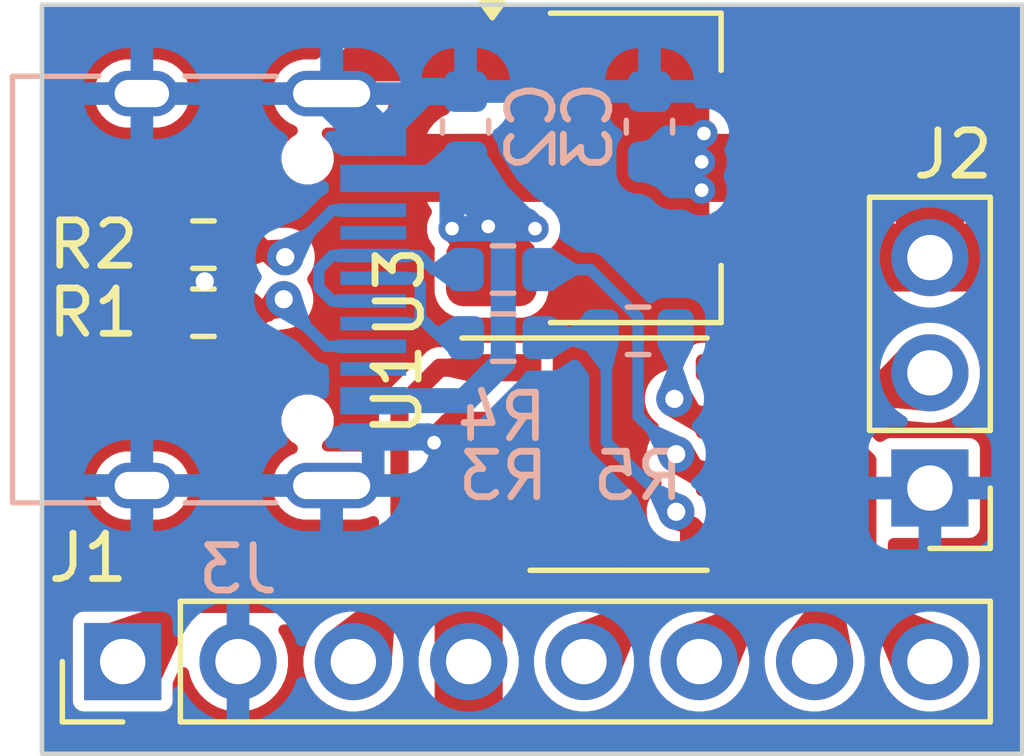
<source format=kicad_pcb>
(kicad_pcb (version 20241229) (generator "pcbnew") (generator_version "9.0")
  (layers (0 "F.Cu" signal) (2 "B.Cu" signal) (13 "F.Paste" user) (15 "B.Paste" user) (5 "F.SilkS" user "F.Silks") (7 "B.SilkS" user "B.Silks") (1 "F.Mask" user) (3 "B.Mask" user) (25 "Edge.Cuts" user))
  (net 0 "")
  (net 1 "Net-(J1-Pin_1)")
  (net 2 "Net-(J1-Pin_3)")
  (net 3 "GND")
  (net 4 "Net-(J1-Pin_5)")
  (net 5 "Net-(J1-Pin_6)")
  (net 6 "Net-(J1-Pin_7)")
  (net 7 "Net-(J1-Pin_8)")
  (net 8 "Net-(J3-CC1)")
  (net 9 "Net-(J3-D+-PadA6)")
  (net 10 "Net-(J3-D--PadA7)")
  (net 12 "Net-(J3-CC2)")
  (net 14 "/Vcc")
  (net 15 "Net-(U3-VI)")
  (footprint "Package_TO_SOT_SMD:SOT-223-3_TabPin2" (layer "F.Cu") (at 154.018733 99.608112)
    (property "Reference" "U3" (at -5.168733 2.741888 270) (layer "F.SilkS"))
    (property "Value" "AMS1117-3.3" (hide yes))
    (fp_line (start -1.85 -3.41) (end 1.91 -3.41) (stroke (width 0.12)) (layer "F.SilkS"))
    (fp_line (start -1.85 3.41) (end 1.91 3.41) (stroke (width 0.12)) (layer "F.SilkS"))
    (fp_line (start 1.91 -3.41) (end 1.91 -2.15) (stroke (width 0.12)) (layer "F.SilkS"))
    (fp_line (start 1.91 3.41) (end 1.91 2.15) (stroke (width 0.12)) (layer "F.SilkS"))
    (fp_poly (pts (xy -3.13 -3.31) (xy -3.37 -3.64) (xy -2.89 -3.64) (xy -3.13 -3.31)) (stroke (width 0.12)) (fill yes) (layer "F.SilkS"))
    (pad "1" smd roundrect (at -3.15 -2.3) (size 2 1.5) (layers "F.Cu" "F.Mask" "F.Paste") (net 3 "GND"))
    (pad "2" smd roundrect (at -3.15 0) (size 2 1.5) (layers "F.Cu" "F.Mask" "F.Paste") (net 14 "/Vcc"))
    (pad "2" smd roundrect (at 3.15 0) (size 2 3.8) (layers "F.Cu" "F.Mask" "F.Paste") (net 14 "/Vcc"))
    (pad "3" smd roundrect (at -3.15 2.3) (size 2 1.5) (layers "F.Cu" "F.Mask" "F.Paste") (net 15 "Net-(U3-VI)"))
  )
  (footprint "Resistor_SMD:R_0603_1608Metric" (layer "F.Cu") (at 144.526 102.8 180)
    (property "Reference" "R1" (at 2.426 0 180) (layer "F.SilkS"))
    (property "Value" "R_US" (hide yes))
    (fp_line (start -0.237258 0.5225) (end 0.237258 0.5225) (stroke (width 0.12)) (layer "F.SilkS"))
    (fp_line (start -0.237258 -0.5225) (end 0.237258 -0.5225) (stroke (width 0.12)) (layer "F.SilkS"))
    (pad "1" smd roundrect (at -0.825 0 180) (size 0.8 0.95) (layers "F.Cu" "F.Mask" "F.Paste") (net 8 "Net-(J3-CC1)"))
    (pad "2" smd roundrect (at 0.825 0 180) (size 0.8 0.95) (layers "F.Cu" "F.Mask" "F.Paste") (net 3 "GND"))
  )
  (footprint "Connector_PinHeader_2.54mm:PinHeader_1x03_P2.54mm_Vertical" (layer "F.Cu") (at 160.528 106.665 180)
    (property "Reference" "J2" (at -0.508 7.351 0) (layer "F.SilkS"))
    (property "Value" "Conn_01x03_Pin" (hide yes))
    (fp_line (start 1.33 1.27) (end 1.33 6.41) (stroke (width 0.12)) (layer "F.SilkS"))
    (fp_line (start -1.33 6.41) (end 1.33 6.41) (stroke (width 0.12)) (layer "F.SilkS"))
    (fp_line (start -1.33 1.27) (end 1.33 1.27) (stroke (width 0.12)) (layer "F.SilkS"))
    (fp_line (start -1.33 1.27) (end -1.33 6.41) (stroke (width 0.12)) (layer "F.SilkS"))
    (fp_line (start -1.33 0) (end -1.33 -1.33) (stroke (width 0.12)) (layer "F.SilkS"))
    (fp_line (start -1.33 -1.33) (end 0 -1.33) (stroke (width 0.12)) (layer "F.SilkS"))
    (pad "1" thru_hole rect (at 0 0 180) (size 1.7 1.7) (drill 1) (layers "*.Cu" "*.Mask") (net 3 "GND"))
    (pad "2" thru_hole oval (at 0 2.54 180) (size 1.7 1.7) (drill 1) (layers "*.Cu" "*.Mask") (net 7 "Net-(J1-Pin_8)"))
    (pad "3" thru_hole oval (at 0 5.08 180) (size 1.7 1.7) (drill 1) (layers "*.Cu" "*.Mask") (net 14 "/Vcc"))
  )
  (footprint "Resistor_SMD:R_0603_1608Metric" (layer "F.Cu") (at 144.526 101.3 180)
    (property "Reference" "R2" (at 2.426 0 180) (layer "F.SilkS"))
    (property "Value" "R_US" (hide yes))
    (fp_line (start -0.237258 0.5225) (end 0.237258 0.5225) (stroke (width 0.12)) (layer "F.SilkS"))
    (fp_line (start -0.237258 -0.5225) (end 0.237258 -0.5225) (stroke (width 0.12)) (layer "F.SilkS"))
    (pad "1" smd roundrect (at -0.825 0 180) (size 0.8 0.95) (layers "F.Cu" "F.Mask" "F.Paste") (net 12 "Net-(J3-CC2)"))
    (pad "2" smd roundrect (at 0.825 0 180) (size 0.8 0.95) (layers "F.Cu" "F.Mask" "F.Paste") (net 3 "GND"))
  )
  (footprint "Connector_PinHeader_2.54mm:PinHeader_1x08_P2.54mm_Vertical" (layer "F.Cu") (at 142.748 110.49 90)
    (property "Reference" "J1" (at 2.286 -0.762 180) (layer "F.SilkS"))
    (property "Value" "Conn_01x08_Pin" (hide yes))
    (fp_line (start -1.33 -1.33) (end 0 -1.33) (stroke (width 0.12)) (layer "F.SilkS"))
    (fp_line (start -1.33 0) (end -1.33 -1.33) (stroke (width 0.12)) (layer "F.SilkS"))
    (fp_line (start 1.33 1.27) (end 1.33 19.11) (stroke (width 0.12)) (layer "F.SilkS"))
    (fp_line (start -1.33 1.27) (end 1.33 1.27) (stroke (width 0.12)) (layer "F.SilkS"))
    (fp_line (start -1.33 1.27) (end -1.33 19.11) (stroke (width 0.12)) (layer "F.SilkS"))
    (fp_line (start -1.33 19.11) (end 1.33 19.11) (stroke (width 0.12)) (layer "F.SilkS"))
    (pad "1" thru_hole rect (at 0 0 90) (size 1.7 1.7) (drill 1) (layers "*.Cu" "*.Mask") (net 1 "Net-(J1-Pin_1)"))
    (pad "2" thru_hole oval (at 0 2.54 90) (size 1.7 1.7) (drill 1) (layers "*.Cu" "*.Mask") (net 3 "GND"))
    (pad "3" thru_hole oval (at 0 5.08 90) (size 1.7 1.7) (drill 1) (layers "*.Cu" "*.Mask") (net 2 "Net-(J1-Pin_3)"))
    (pad "4" thru_hole oval (at 0 7.62 90) (size 1.7 1.7) (drill 1) (layers "*.Cu" "*.Mask") (net 14 "/Vcc"))
    (pad "5" thru_hole oval (at 0 10.16 90) (size 1.7 1.7) (drill 1) (layers "*.Cu" "*.Mask") (net 4 "Net-(J1-Pin_5)"))
    (pad "6" thru_hole oval (at 0 12.7 90) (size 1.7 1.7) (drill 1) (layers "*.Cu" "*.Mask") (net 5 "Net-(J1-Pin_6)"))
    (pad "7" thru_hole oval (at 0 15.24 90) (size 1.7 1.7) (drill 1) (layers "*.Cu" "*.Mask") (net 6 "Net-(J1-Pin_7)"))
    (pad "8" thru_hole oval (at 0 17.78 90) (size 1.7 1.7) (drill 1) (layers "*.Cu" "*.Mask") (net 7 "Net-(J1-Pin_8)"))
  )
  (footprint "Package_SO:SO-8_3.9x4.9mm_P1.27mm" (layer "F.Cu") (at 153.67 105.918)
    (property "Reference" "U1" (at -4.87 -1.418 90) (layer "F.SilkS"))
    (property "Value" "~")
    (fp_line (start 0 -2.56) (end -3.45 -2.56) (stroke (width 0.12)) (layer "F.SilkS"))
    (fp_line (start 0 -2.56) (end 1.95 -2.56) (stroke (width 0.12)) (layer "F.SilkS"))
    (fp_line (start 0 2.56) (end -1.95 2.56) (stroke (width 0.12)) (layer "F.SilkS"))
    (fp_line (start 0 2.56) (end 1.95 2.56) (stroke (width 0.12)) (layer "F.SilkS"))
    (pad "1" smd roundrect (at -2.575 -1.905) (size 1.75 0.6) (layers "F.Cu" "F.Mask" "F.Paste") (net 1 "Net-(J1-Pin_1)"))
    (pad "2" smd roundrect (at -2.575 -0.635) (size 1.75 0.6) (layers "F.Cu" "F.Mask" "F.Paste") (net 3 "GND"))
    (pad "3" smd roundrect (at -2.575 0.635) (size 1.75 0.6) (layers "F.Cu" "F.Mask" "F.Paste") (net 2 "Net-(J1-Pin_3)"))
    (pad "4" smd roundrect (at -2.575 1.905) (size 1.75 0.6) (layers "F.Cu" "F.Mask" "F.Paste") (net 14 "/Vcc"))
    (pad "5" smd roundrect (at 2.575 1.905) (size 1.75 0.6) (layers "F.Cu" "F.Mask" "F.Paste") (net 4 "Net-(J1-Pin_5)"))
    (pad "6" smd roundrect (at 2.575 0.635) (size 1.75 0.6) (layers "F.Cu" "F.Mask" "F.Paste") (net 5 "Net-(J1-Pin_6)"))
    (pad "7" smd roundrect (at 2.575 -0.635) (size 1.75 0.6) (layers "F.Cu" "F.Mask" "F.Paste") (net 6 "Net-(J1-Pin_7)"))
    (pad "8" smd roundrect (at 2.575 -1.905) (size 1.75 0.6) (layers "F.Cu" "F.Mask" "F.Paste") (net 7 "Net-(J1-Pin_8)"))
  )
  (footprint "Resistor_SMD:R_0603_1608Metric" (layer "B.Cu") (at 151.125 101.85)
    (property "Reference" "R4" (at -0.025 3.25 180) (layer "B.SilkS") (effects (justify mirror)))
    (property "Value" "R_US" (hide yes))
    (fp_line (start -0.237258 -0.5225) (end 0.237258 -0.5225) (stroke (width 0.12)) (layer "B.SilkS"))
    (fp_line (start -0.237258 0.5225) (end 0.237258 0.5225) (stroke (width 0.12)) (layer "B.SilkS"))
    (pad "1" smd roundrect (at -0.825 0) (size 0.8 0.95) (layers "B.Cu" "B.Mask" "B.Paste") (net 9 "Net-(J3-D+-PadA6)"))
    (pad "2" smd roundrect (at 0.825 0) (size 0.8 0.95) (layers "B.Cu" "B.Mask" "B.Paste") (net 5 "Net-(J1-Pin_6)"))
  )
  (footprint "Capacitor_SMD:C_0603_1608Metric" (layer "B.Cu") (at 150.3 98.7 -90)
    (property "Reference" "C2" (at 0 -1.45 90) (layer "B.SilkS") (effects (justify mirror)))
    (property "Value" "C_Small" (hide yes))
    (fp_line (start -0.14058 0.51) (end 0.14058 0.51) (stroke (width 0.12)) (layer "B.SilkS"))
    (fp_line (start -0.14058 -0.51) (end 0.14058 -0.51) (stroke (width 0.12)) (layer "B.SilkS"))
    (pad "1" smd roundrect (at -0.775 0 270) (size 0.9 0.95) (layers "B.Cu" "B.Mask" "B.Paste") (net 3 "GND"))
    (pad "2" smd roundrect (at 0.775 0 270) (size 0.9 0.95) (layers "B.Cu" "B.Mask" "B.Paste") (net 15 "Net-(U3-VI)"))
  )
  (footprint "Connector_USB:USB_C_Receptacle_HRO_TYPE-C-31-M-12" (layer "B.Cu") (at 144.22 102.289966 90)
    (property "Reference" "J3" (at -6.168034 1.068 0) (layer "B.SilkS") (effects (justify mirror)))
    (property "Value" "USB_C_Receptacle_USB2.0")
    (fp_line (start -4.7 -3.9) (end 4.7 -3.9) (stroke (width 0.12)) (layer "B.SilkS"))
    (fp_line (start 4.7 -2) (end 4.7 -3.9) (stroke (width 0.12)) (layer "B.SilkS"))
    (fp_line (start -4.7 -2) (end -4.7 -3.9) (stroke (width 0.12)) (layer "B.SilkS"))
    (fp_line (start 4.7 1.9) (end 4.7 -0.1) (stroke (width 0.12)) (layer "B.SilkS"))
    (fp_line (start -4.7 1.9) (end -4.7 -0.1) (stroke (width 0.12)) (layer "B.SilkS"))
    (pad "" np_thru_hole circle (at -2.89 2.6 90) (size 0.65 0.65) (drill 0.65) (layers "*.Cu" "*.Mask"))
    (pad "" np_thru_hole circle (at 2.89 2.6 90) (size 0.65 0.65) (drill 0.65) (layers "*.Cu" "*.Mask"))
    (pad "A1" smd rect (at -3.25 4.045 90) (size 0.6 1.45) (layers "B.Cu" "B.Mask" "B.Paste") (net 3 "GND"))
    (pad "A4" smd rect (at -2.45 4.045 90) (size 0.6 1.45) (layers "B.Cu" "B.Mask" "B.Paste") (net 15 "Net-(U3-VI)"))
    (pad "A5" smd rect (at -1.25 4.045 90) (size 0.3 1.45) (layers "B.Cu" "B.Mask" "B.Paste") (net 8 "Net-(J3-CC1)"))
    (pad "A6" smd rect (at -0.25 4.045 90) (size 0.3 1.45) (layers "B.Cu" "B.Mask" "B.Paste") (net 9 "Net-(J3-D+-PadA6)"))
    (pad "A7" smd rect (at 0.25 4.045 90) (size 0.3 1.45) (layers "B.Cu" "B.Mask" "B.Paste") (net 10 "Net-(J3-D--PadA7)"))
    (pad "A8" smd rect (at 1.25 4.045 90) (size 0.3 1.45) (layers "B.Cu" "B.Mask" "B.Paste"))
    (pad "A9" smd rect (at 2.45 4.045 90) (size 0.6 1.45) (layers "B.Cu" "B.Mask" "B.Paste") (net 15 "Net-(U3-VI)"))
    (pad "A12" smd rect (at 3.25 4.045 90) (size 0.6 1.45) (layers "B.Cu" "B.Mask" "B.Paste") (net 3 "GND"))
    (pad "B1" smd rect (at 3.25 4.045 90) (size 0.6 1.45) (layers "B.Cu" "B.Mask" "B.Paste") (net 3 "GND"))
    (pad "B4" smd rect (at 2.45 4.045 90) (size 0.6 1.45) (layers "B.Cu" "B.Mask" "B.Paste") (net 15 "Net-(U3-VI)"))
    (pad "B5" smd rect (at 1.75 4.045 90) (size 0.3 1.45) (layers "B.Cu" "B.Mask" "B.Paste") (net 12 "Net-(J3-CC2)"))
    (pad "B6" smd rect (at 0.75 4.045 90) (size 0.3 1.45) (layers "B.Cu" "B.Mask" "B.Paste") (net 9 "Net-(J3-D+-PadA6)"))
    (pad "B7" smd rect (at -0.75 4.045 90) (size 0.3 1.45) (layers "B.Cu" "B.Mask" "B.Paste") (net 10 "Net-(J3-D--PadA7)"))
    (pad "B8" smd rect (at -1.75 4.045 90) (size 0.3 1.45) (layers "B.Cu" "B.Mask" "B.Paste"))
    (pad "B9" smd rect (at -2.45 4.045 90) (size 0.6 1.45) (layers "B.Cu" "B.Mask" "B.Paste") (net 15 "Net-(U3-VI)"))
    (pad "B12" smd rect (at -3.25 4.045 90) (size 0.6 1.45) (layers "B.Cu" "B.Mask" "B.Paste") (net 3 "GND"))
    (pad "S1" thru_hole oval (at -4.32 -1.05 90) (size 1 1.6) (drill oval 0.6 1.2) (layers "*.Cu" "*.Mask") (net 3 "GND"))
    (pad "S1" thru_hole oval (at -4.32 3.13 90) (size 1 2.1) (drill oval 0.6 1.7) (layers "*.Cu" "*.Mask") (net 3 "GND"))
    (pad "S1" thru_hole oval (at 4.32 -1.05 90) (size 1 1.6) (drill oval 0.6 1.2) (layers "*.Cu" "*.Mask") (net 3 "GND"))
    (pad "S1" thru_hole oval (at 4.32 3.13 90) (size 1 2.1) (drill oval 0.6 1.7) (layers "*.Cu" "*.Mask") (net 3 "GND"))
  )
  (footprint "Resistor_SMD:R_0603_1608Metric" (layer "B.Cu") (at 151.13 103.35)
    (property "Reference" "R3" (at 0 3.05 0) (layer "B.SilkS") (effects (justify mirror)))
    (property "Value" "R_US" (hide yes))
    (fp_line (start -0.237258 -0.5225) (end 0.237258 -0.5225) (stroke (width 0.12)) (layer "B.SilkS"))
    (fp_line (start -0.237258 0.5225) (end 0.237258 0.5225) (stroke (width 0.12)) (layer "B.SilkS"))
    (pad "1" smd roundrect (at -0.825 0) (size 0.8 0.95) (layers "B.Cu" "B.Mask" "B.Paste") (net 10 "Net-(J3-D--PadA7)"))
    (pad "2" smd roundrect (at 0.825 0) (size 0.8 0.95) (layers "B.Cu" "B.Mask" "B.Paste") (net 4 "Net-(J1-Pin_5)"))
  )
  (footprint "Resistor_SMD:R_0603_1608Metric" (layer "B.Cu") (at 154.1 103.2)
    (property "Reference" "R5" (at 0 3.2 0) (layer "B.SilkS") (effects (justify mirror)))
    (property "Value" "R_US")
    (fp_line (start -0.237258 -0.5225) (end 0.237258 -0.5225) (stroke (width 0.12)) (layer "B.SilkS"))
    (fp_line (start -0.237258 0.5225) (end 0.237258 0.5225) (stroke (width 0.12)) (layer "B.SilkS"))
    (pad "1" smd roundrect (at -0.825 0) (size 0.8 0.95) (layers "B.Cu" "B.Mask" "B.Paste") (net 4 "Net-(J1-Pin_5)"))
    (pad "2" smd roundrect (at 0.825 0) (size 0.8 0.95) (layers "B.Cu" "B.Mask" "B.Paste") (net 6 "Net-(J1-Pin_7)"))
  )
  (footprint "Capacitor_SMD:C_0603_1608Metric" (layer "B.Cu") (at 154.35 98.7 -90)
    (property "Reference" "C3" (at 0 1.35 90) (layer "B.SilkS") (effects (justify mirror)))
    (property "Value" "C_Small" (hide yes))
    (fp_line (start -0.14058 0.51) (end 0.14058 0.51) (stroke (width 0.12)) (layer "B.SilkS"))
    (fp_line (start -0.14058 -0.51) (end 0.14058 -0.51) (stroke (width 0.12)) (layer "B.SilkS"))
    (pad "1" smd roundrect (at -0.775 0 270) (size 0.9 0.95) (layers "B.Cu" "B.Mask" "B.Paste") (net 3 "GND"))
    (pad "2" smd roundrect (at 0.775 0 270) (size 0.9 0.95) (layers "B.Cu" "B.Mask" "B.Paste") (net 14 "/Vcc"))
  )
  (gr_rect (start 140.97 96.012) (end 162.56 112.522) (stroke (width 0.1)) (fill no) (layer "Edge.Cuts"))
  (segment (start 148.844 107.756) (end 147.38 109.22) (width 0.4) (layer "F.Cu") (net 1))
  (segment (start 151.095 104.013) (end 149.733 104.013) (width 0.4) (layer "F.Cu") (net 1))
  (segment (start 147.38 109.22) (end 144.018 109.22) (width 0.4) (layer "F.Cu") (net 1))
  (segment (start 144.018 109.22) (end 142.748 110.49) (width 0.4) (layer "F.Cu") (net 1))
  (segment (start 149.733 104.013) (end 148.844 104.902) (width 0.4) (layer "F.Cu") (net 1))
  (segment (start 148.844 104.902) (end 148.844 107.756) (width 0.4) (layer "F.Cu") (net 1))
  (segment (start 149.6 107.4) (end 150.447 106.553) (width 0.4) (layer "F.Cu") (net 2))
  (segment (start 150.447 106.553) (end 151.095 106.553) (width 0.4) (layer "F.Cu") (net 2))
  (segment (start 149.6 108.1) (end 149.6 107.4) (width 0.4) (layer "F.Cu") (net 2))
  (segment (start 147.828 110.49) (end 147.828 109.872) (width 0.4) (layer "F.Cu") (net 2))
  (segment (start 147.828 109.872) (end 149.6 108.1) (width 0.4) (layer "F.Cu") (net 2))
  (segment (start 144.524873 102.109127) (end 143.701 102.933) (width 0.25) (layer "F.Cu") (net 3))
  (segment (start 151.095 105.283) (end 149.987 105.283) (width 0.6) (layer "F.Cu") (net 3))
  (segment (start 150.85 97.2) (end 148.119966 97.2) (width 1) (layer "F.Cu") (net 3))
  (segment (start 144.554521 102.109127) (end 144.524873 102.109127) (width 0.25) (layer "F.Cu") (net 3))
  (segment (start 143.701 101.283) (end 143.701 101.092) (width 0.25) (layer "F.Cu") (net 3))
  (segment (start 149.987 105.283) (end 149.606 105.664) (width 0.6) (layer "F.Cu") (net 3))
  (segment (start 144.527127 102.109127) (end 143.701 101.283) (width 0.25) (layer "F.Cu") (net 3))
  (segment (start 148.119966 97.2) (end 147.35 97.969966) (width 1) (layer "F.Cu") (net 3))
  (segment (start 144.554521 102.109127) (end 144.527127 102.109127) (width 0.25) (layer "F.Cu") (net 3))
  (segment (start 143.701 102.933) (end 143.701 103.124) (width 0.25) (layer "F.Cu") (net 3))
  (via (at 149.606 105.664) (size 0.6) (drill 0.3) (layers "F.Cu" "B.Cu") (net 3))
  (via (at 144.554521 102.109127) (size 0.8) (drill 0.4) (layers "F.Cu" "B.Cu") (net 3))
  (segment (start 149.606 105.664) (end 149.481966 105.539966) (width 0.6) (layer "B.Cu") (net 3))
  (segment (start 148.265 99.039966) (end 148.265 99.035) (width 0.6) (layer "B.Cu") (net 3))
  (segment (start 149.379966 97.925) (end 148.265 99.039966) (width 0.6) (layer "B.Cu") (net 3))
  (segment (start 148.265 99.035) (end 148.45 98.85) (width 0.6) (layer "B.Cu") (net 3))
  (segment (start 150.3 97.925) (end 149.379966 97.925) (width 0.6) (layer "B.Cu") (net 3))
  (segment (start 149.481966 105.539966) (end 148.265 105.539966) (width 0.6) (layer "B.Cu") (net 3))
  (segment (start 148.230034 98.85) (end 147.35 97.969966) (width 1) (layer "B.Cu") (net 3))
  (segment (start 155.623 107.823) (end 156.245 107.823) (width 0.4) (layer "F.Cu") (net 4))
  (segment (start 155.3 107.5) (end 155.223 107.577) (width 0.4) (layer "F.Cu") (net 4))
  (segment (start 155.3 107.5) (end 155.623 107.823) (width 0.4) (layer "F.Cu") (net 4))
  (segment (start 155.223 107.577) (end 155.223 108.175) (width 0.4) (layer "F.Cu") (net 4))
  (segment (start 155.252 107.5) (end 154.94 107.188) (width 0.4) (layer "F.Cu") (net 4))
  (segment (start 155.223 108.175) (end 152.908 110.49) (width 0.4) (layer "F.Cu") (net 4))
  (segment (start 155.3 107.5) (end 155.252 107.5) (width 0.4) (layer "F.Cu") (net 4))
  (via (at 154.94 107.188) (size 0.8) (drill 0.4) (layers "F.Cu" "B.Cu") (net 4))
  (segment (start 153.4 105.648) (end 153.4 103.325) (width 0.25) (layer "B.Cu") (net 4))
  (segment (start 154.94 107.188) (end 153.4 105.648) (width 0.25) (layer "B.Cu") (net 4))
  (segment (start 153.4 103.325) (end 153.375 103.35) (width 0.25) (layer "B.Cu") (net 4))
  (segment (start 153.375 103.35) (end 151.955 103.35) (width 0.25) (layer "B.Cu") (net 4))
  (segment (start 154.94 105.918) (end 154.94 106.14) (width 0.25) (layer "F.Cu") (net 5))
  (segment (start 156.245 106.553) (end 157.099 106.553) (width 0.4) (layer "F.Cu") (net 5))
  (segment (start 157.6 107.054) (end 157.6 108.338) (width 0.4) (layer "F.Cu") (net 5))
  (segment (start 157.099 106.553) (end 157.6 107.054) (width 0.4) (layer "F.Cu") (net 5))
  (segment (start 155.575 106.553) (end 156.245 106.553) (width 0.4) (layer "F.Cu") (net 5))
  (segment (start 154.94 105.918) (end 155.575 106.553) (width 0.4) (layer "F.Cu") (net 5))
  (segment (start 157.6 108.338) (end 155.448 110.49) (width 0.4) (layer "F.Cu") (net 5))
  (via (at 154.94 105.918) (size 0.8) (drill 0.4) (layers "F.Cu" "B.Cu") (net 5))
  (segment (start 154.1 105.078) (end 154.1 102.9) (width 0.25) (layer "B.Cu") (net 5))
  (segment (start 154.94 105.918) (end 154.1 105.078) (width 0.25) (layer "B.Cu") (net 5))
  (segment (start 153.05 101.85) (end 151.95 101.85) (width 0.25) (layer "B.Cu") (net 5))
  (segment (start 154.1 102.9) (end 153.05 101.85) (width 0.25) (layer "B.Cu") (net 5))
  (segment (start 154.9 104.7) (end 155.483 105.283) (width 0.4) (layer "F.Cu") (net 6))
  (segment (start 155.483 105.283) (end 156.245 105.283) (width 0.4) (layer "F.Cu") (net 6))
  (segment (start 156.245 105.283) (end 157.099 105.283) (width 0.4) (layer "F.Cu") (net 6))
  (segment (start 158.35 110.128) (end 157.988 110.49) (width 0.4) (layer "F.Cu") (net 6))
  (segment (start 157.099 105.283) (end 158.35 106.534) (width 0.4) (layer "F.Cu") (net 6))
  (segment (start 154.9 104.7) (end 154.9 104.9) (width 0.25) (layer "F.Cu") (net 6))
  (segment (start 158.35 106.534) (end 158.35 110.128) (width 0.4) (layer "F.Cu") (net 6))
  (via (at 154.9 104.7) (size 0.8) (drill 0.4) (layers "F.Cu" "B.Cu") (net 6))
  (segment (start 154.925 104.675) (end 154.9 104.7) (width 0.25) (layer "B.Cu") (net 6))
  (segment (start 154.925 103.2) (end 154.925 104.675) (width 0.25) (layer "B.Cu") (net 6))
  (segment (start 159.15 109.112) (end 159.15 106.064) (width 0.4) (layer "F.Cu") (net 7))
  (segment (start 157.099 104.013) (end 156.521751 104.013) (width 0.4) (layer "F.Cu") (net 7))
  (segment (start 158.438 105.352) (end 157.099 104.013) (width 0.4) (layer "F.Cu") (net 7))
  (segment (start 159.15 106.064) (end 158.438 105.352) (width 0.4) (layer "F.Cu") (net 7))
  (segment (start 159.65 104.14) (end 158.438 105.352) (width 0.4) (layer "F.Cu") (net 7))
  (segment (start 156.372 104.14) (end 156.245 104.013) (width 0.25) (layer "F.Cu") (net 7))
  (segment (start 160.528 110.49) (end 159.15 109.112) (width 0.4) (layer "F.Cu") (net 7))
  (segment (start 156.521751 104.013) (end 156.245 104.013) (width 0.25) (layer "F.Cu") (net 7))
  (segment (start 160.528 104.14) (end 159.65 104.14) (width 0.25) (layer "F.Cu") (net 7))
  (segment (start 146.29464 102.503437) (end 146.29464 102.546052) (width 0.25) (layer "F.Cu") (net 8))
  (segment (start 146.29464 102.546052) (end 145.970692 102.87) (width 0.25) (layer "F.Cu") (net 8))
  (segment (start 145.605 102.87) (end 145.351 103.124) (width 0.25) (layer "F.Cu") (net 8))
  (segment (start 145.970692 102.87) (end 145.097 102.87) (width 0.25) (layer "F.Cu") (net 8))
  (via (at 146.29464 102.503437) (size 0.8) (drill 0.4) (layers "F.Cu" "B.Cu") (net 8))
  (segment (start 147.227966 103.539966) (end 148.366518 103.539966) (width 0.25) (layer "B.Cu") (net 8))
  (segment (start 146.266046 102.532031) (end 146.266046 102.578046) (width 0.25) (layer "B.Cu") (net 8))
  (segment (start 146.29464 102.503437) (end 146.266046 102.532031) (width 0.25) (layer "B.Cu") (net 8))
  (segment (start 146.266046 102.578046) (end 147.227966 103.539966) (width 0.25) (layer "B.Cu") (net 8))
  (segment (start 147.363 101.539966) (end 147.066 101.836966) (width 0.25) (layer "B.Cu") (net 9))
  (segment (start 148.265 101.539966) (end 147.363 101.539966) (width 0.25) (layer "B.Cu") (net 9))
  (segment (start 147.066 101.836966) (end 147.066 102.242966) (width 0.25) (layer "B.Cu") (net 9))
  (segment (start 150.3 101.85) (end 149.6 101.85) (width 0.25) (layer "B.Cu") (net 9))
  (segment (start 147.066 102.242966) (end 147.363 102.539966) (width 0.25) (layer "B.Cu") (net 9))
  (segment (start 149.6 101.85) (end 149.289966 101.539966) (width 0.25) (layer "B.Cu") (net 9))
  (segment (start 147.363 102.539966) (end 148.265 102.539966) (width 0.25) (layer "B.Cu") (net 9))
  (segment (start 149.289966 101.539966) (end 148.366518 101.539966) (width 0.25) (layer "B.Cu") (net 9))
  (segment (start 149.167 102.039966) (end 149.3 102.172966) (width 0.25) (layer "B.Cu") (net 10))
  (segment (start 149.762 103.35) (end 149.606 103.194) (width 0.25) (layer "B.Cu") (net 10))
  (segment (start 150.305 103.35) (end 149.762 103.35) (width 0.25) (layer "B.Cu") (net 10))
  (segment (start 148.265 102.039966) (end 149.167 102.039966) (width 0.25) (layer "B.Cu") (net 10))
  (segment (start 149.606 103.194) (end 149.594 103.194) (width 0.25) (layer "B.Cu") (net 10))
  (segment (start 149.182034 103.039966) (end 148.265 103.039966) (width 0.25) (layer "B.Cu") (net 10))
  (segment (start 149.3 102.172966) (end 149.3 102.9) (width 0.25) (layer "B.Cu") (net 10))
  (segment (start 149.594 103.194) (end 149.3 102.9) (width 0.25) (layer "B.Cu") (net 10))
  (segment (start 146.327 101.577) (end 146.127 101.577) (width 0.25) (layer "F.Cu") (net 12))
  (segment (start 146.127 101.577) (end 145.896 101.346) (width 0.25) (layer "F.Cu") (net 12))
  (segment (start 145.896 101.346) (end 145.097 101.346) (width 0.25) (layer "F.Cu") (net 12))
  (segment (start 145.605 101.346) (end 145.351 101.092) (width 0.25) (layer "F.Cu") (net 12))
  (via (at 146.327 101.577) (size 0.8) (drill 0.4) (layers "F.Cu" "B.Cu") (net 12))
  (segment (start 146.327 101.577) (end 147.364034 100.539966) (width 0.25) (layer "B.Cu") (net 12))
  (segment (start 147.364034 100.539966) (end 148.366518 100.539966) (width 0.25) (layer "B.Cu") (net 12))
  (segment (start 157.05 99.6) (end 157.15 99.5) (width 0.55) (layer "F.Cu") (net 14))
  (segment (start 155.5 99.475) (end 155.625 99.6) (width 0.55) (layer "F.Cu") (net 14))
  (segment (start 155.625 99.6) (end 157.05 99.6) (width 0.55) (layer "F.Cu") (net 14))
  (via (at 155.5 99.475) (size 0.6) (drill 0.3) (layers "F.Cu" "B.Cu") (net 14))
  (via (at 155.55 98.85) (size 0.6) (drill 0.3) (layers "F.Cu" "B.Cu") (net 14))
  (via (at 155.5 100.1) (size 0.6) (drill 0.3) (layers "F.Cu" "B.Cu") (net 14))
  (segment (start 155.45 98.95) (end 155.55 98.85) (width 0.55) (layer "B.Cu") (net 14))
  (segment (start 154.35 99.475) (end 154.35 99.5) (width 0.55) (layer "B.Cu") (net 14))
  (segment (start 154.35 99.5) (end 154.85 100) (width 0.55) (layer "B.Cu") (net 14))
  (segment (start 154.35 99.35) (end 154.75 98.95) (width 0.55) (layer "B.Cu") (net 14))
  (segment (start 155.5 99.475) (end 154.35 99.475) (width 0.55) (layer "B.Cu") (net 14))
  (segment (start 154.75 98.95) (end 155.45 98.95) (width 0.55) (layer "B.Cu") (net 14))
  (segment (start 154.85 100) (end 155.4 100) (width 0.55) (layer "B.Cu") (net 14))
  (segment (start 154.35 99.475) (end 154.35 99.35) (width 0.55) (layer "B.Cu") (net 14))
  (segment (start 155.4 100) (end 155.5 100.1) (width 0.55) (layer "B.Cu") (net 14))
  (segment (start 150.002 100.948) (end 150.002 100.952) (width 0.55) (layer "F.Cu") (net 15))
  (segment (start 151.830429 100.948) (end 151.402 100.948) (width 0.55) (layer "F.Cu") (net 15))
  (segment (start 150.85 101.5) (end 150.85 101.8) (width 0.55) (layer "F.Cu") (net 15))
  (segment (start 150.002 100.952) (end 150.85 101.8) (width 0.55) (layer "F.Cu") (net 15))
  (segment (start 150.8 100.9) (end 150.868733 100.968733) (width 0.55) (layer "F.Cu") (net 15))
  (segment (start 151.402 100.948) (end 150.85 101.5) (width 0.55) (layer "F.Cu") (net 15))
  (segment (start 150.85 101.889379) (end 150.85 101.8) (width 0.55) (layer "F.Cu") (net 15))
  (segment (start 150.868733 101.908112) (end 150.85 101.889379) (width 0.55) (layer "F.Cu") (net 15))
  (segment (start 150.868733 100.968733) (end 150.868733 101.908112) (width 0.55) (layer "F.Cu") (net 15))
  (via (at 150.8 100.9) (size 0.6) (drill 0.3) (layers "F.Cu" "B.Cu") (net 15))
  (via (at 150.002 100.948) (size 0.6) (drill 0.3) (layers "F.Cu" "B.Cu") (net 15))
  (via (at 151.830429 100.948) (size 0.6) (drill 0.3) (layers "F.Cu" "B.Cu") (net 15))
  (segment (start 148.415681 104.739129) (end 148.366518 104.689966) (width 0.5) (layer "B.Cu") (net 15))
  (segment (start 150.276871 104.739129) (end 148.415681 104.739129) (width 0.55) (layer "B.Cu") (net 15))
  (segment (start 151.657429 100.775) (end 151.830429 100.948) (width 0.55) (layer "B.Cu") (net 15))
  (segment (start 151.13 103.886) (end 150.276871 104.739129) (width 0.55) (layer "B.Cu") (net 15))
  (segment (start 150.002 100.948) (end 151.830429 100.948) (width 0.55) (layer "B.Cu") (net 15))
  (segment (start 150 100.946) (end 150 99.775) (width 0.55) (layer "B.Cu") (net 15))
  (segment (start 150.5 100.45) (end 150.5 100.046556) (width 0.55) (layer "B.Cu") (net 15))
  (segment (start 150 99.775) (end 150.3 99.475) (width 0.55) (layer "B.Cu") (net 15))
  (segment (start 151.130444 100.305444) (end 151.130444 103.825556) (width 0.55) (layer "B.Cu") (net 15))
  (segment (start 150.5 100.046556) (end 150.3 99.846556) (width 0.55) (layer "B.Cu") (net 15))
  (segment (start 151.130444 103.825556) (end 151.1 103.856) (width 0.55) (layer "B.Cu") (net 15))
  (segment (start 149.935034 99.839966) (end 148.265 99.839966) (width 0.6) (layer "B.Cu") (net 15))
  (segment (start 150.002 100.948) (end 150 100.946) (width 0.55) (layer "B.Cu") (net 15))
  (segment (start 151.1 103.856) (end 151.13 103.886) (width 0.55) (layer "B.Cu") (net 15))
  (segment (start 150.8 100.9) (end 150.8 100.75) (width 0.55) (layer "B.Cu") (net 15))
  (segment (start 150.3 99.475) (end 151.130444 100.305444) (width 0.55) (layer "B.Cu") (net 15))
  (segment (start 150.3 99.475) (end 149.935034 99.839966) (width 0.6) (layer "B.Cu") (net 15))
  (segment (start 151.475 100.775) (end 151.657429 100.775) (width 0.55) (layer "B.Cu") (net 15))
  (segment (start 151.3 100.95) (end 151.475 100.775) (width 0.55) (layer "B.Cu") (net 15))
  (segment (start 150.002 100.948) (end 150.004 100.95) (width 0.55) (layer "B.Cu") (net 15))
  (segment (start 151.830429 100.948) (end 151.773 100.948) (width 0.55) (layer "B.Cu") (net 15))
  (segment (start 150.004 100.95) (end 151.3 100.95) (width 0.55) (layer "B.Cu") (net 15))
  (segment (start 150.8 100.75) (end 150.5 100.45) (width 0.55) (layer "B.Cu") (net 15))
  (segment (start 151.773 100.948) (end 150.3 99.475) (width 0.55) (layer "B.Cu") (net 15))
  (segment (start 150.3 99.846556) (end 150.3 99.475) (width 0.55) (layer "B.Cu") (net 15))
  (zone (net 14) (net_name "/Vcc") (layer "F.Cu") (connect_pads (clearance 0.25)) (min_thickness 0.25) (fill yes (thermal_gap 0.5) (thermal_bridge_width 1.5))
    (polygon (pts (xy 162.56 96.012) (xy 140.97 96.012) (xy 140.97 112.522) (xy 162.56 112.522)))
  )
  (zone (net 3) (net_name "GND") (layer "B.Cu") (priority 1) (connect_pads (clearance 0.25)) (min_thickness 0.25) (fill yes (thermal_gap 0.5) (thermal_bridge_width 0.5))
    (polygon (pts (xy 162.56 96.012) (xy 140.97 96.012) (xy 140.97 112.522) (xy 162.56 112.522)))
  )
)
</source>
